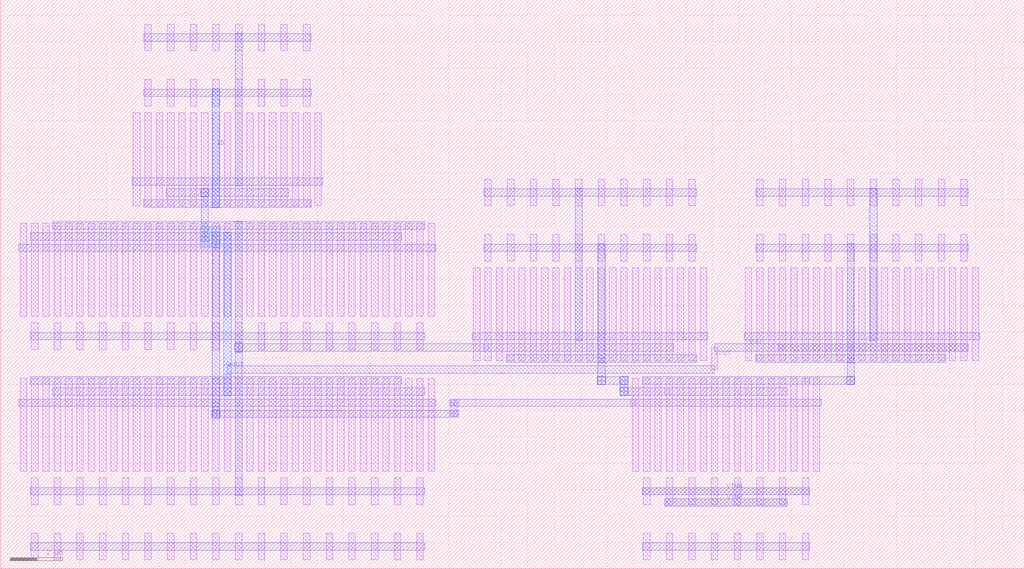
<source format=lef>
MACRO CURRENT_MIRROR_OTA
  ORIGIN 0 0 ;
  FOREIGN CURRENT_MIRROR_OTA 0 0 ;
  SIZE 38.83 BY 21.59 ;
  PIN ID
    DIRECTION INOUT ;
    USE SIGNAL ;
    PORT 
      LAYER M3 ;
        RECT 8.03 13.7 8.31 18.22 ;
    END
  END ID
  PIN VOUT
    DIRECTION INOUT ;
    USE SIGNAL ;
    PORT 
      LAYER M3 ;
        RECT 8.46 6.56 8.74 12.76 ;
      LAYER M2 ;
        RECT 29.5 8.26 36.72 8.54 ;
      LAYER M3 ;
        RECT 8.46 7.375 8.74 7.745 ;
      LAYER M2 ;
        RECT 8.6 7.42 27.09 7.7 ;
      LAYER M1 ;
        RECT 26.965 7.56 27.215 8.4 ;
      LAYER M2 ;
        RECT 27.09 8.26 29.67 8.54 ;
    END
  END VOUT
  PIN VINN
    DIRECTION INOUT ;
    USE SIGNAL ;
    PORT 
      LAYER M2 ;
        RECT 24.34 2.8 30.7 3.08 ;
    END
  END VINN
  PIN VINP
    DIRECTION INOUT ;
    USE SIGNAL ;
    PORT 
      LAYER M2 ;
        RECT 25.2 2.38 29.84 2.66 ;
    END
  END VINP
  OBS 
  LAYER M3 ;
        RECT 8.03 6.14 8.31 12.34 ;
  LAYER M2 ;
        RECT 6.28 14.14 10.92 14.42 ;
  LAYER M2 ;
        RECT 23.91 6.16 31.13 6.44 ;
  LAYER M3 ;
        RECT 8.03 12.18 8.31 12.6 ;
  LAYER M4 ;
        RECT 7.74 12.2 8.17 13 ;
  LAYER M3 ;
        RECT 7.6 12.6 7.88 14.28 ;
  LAYER M2 ;
        RECT 7.58 14.14 7.9 14.42 ;
  LAYER M3 ;
        RECT 8.03 5.88 8.31 6.3 ;
  LAYER M2 ;
        RECT 8.17 5.74 17.2 6.02 ;
  LAYER M1 ;
        RECT 17.075 5.88 17.325 6.3 ;
  LAYER M2 ;
        RECT 17.2 6.16 24.08 6.44 ;
  LAYER M2 ;
        RECT 7.58 14.14 7.9 14.42 ;
  LAYER M3 ;
        RECT 7.6 14.12 7.88 14.44 ;
  LAYER M3 ;
        RECT 7.6 12.415 7.88 12.785 ;
  LAYER M4 ;
        RECT 7.575 12.2 7.905 13 ;
  LAYER M3 ;
        RECT 8.03 12.415 8.31 12.785 ;
  LAYER M4 ;
        RECT 8.005 12.2 8.335 13 ;
  LAYER M2 ;
        RECT 7.58 14.14 7.9 14.42 ;
  LAYER M3 ;
        RECT 7.6 14.12 7.88 14.44 ;
  LAYER M3 ;
        RECT 7.6 12.415 7.88 12.785 ;
  LAYER M4 ;
        RECT 7.575 12.2 7.905 13 ;
  LAYER M3 ;
        RECT 8.03 12.415 8.31 12.785 ;
  LAYER M4 ;
        RECT 8.005 12.2 8.335 13 ;
  LAYER M1 ;
        RECT 17.075 5.795 17.325 5.965 ;
  LAYER M2 ;
        RECT 17.03 5.74 17.37 6.02 ;
  LAYER M1 ;
        RECT 17.075 6.215 17.325 6.385 ;
  LAYER M2 ;
        RECT 17.03 6.16 17.37 6.44 ;
  LAYER M2 ;
        RECT 7.58 14.14 7.9 14.42 ;
  LAYER M3 ;
        RECT 7.6 14.12 7.88 14.44 ;
  LAYER M2 ;
        RECT 8.01 5.74 8.33 6.02 ;
  LAYER M3 ;
        RECT 8.03 5.72 8.31 6.04 ;
  LAYER M3 ;
        RECT 7.6 12.415 7.88 12.785 ;
  LAYER M4 ;
        RECT 7.575 12.2 7.905 13 ;
  LAYER M3 ;
        RECT 8.03 12.415 8.31 12.785 ;
  LAYER M4 ;
        RECT 8.005 12.2 8.335 13 ;
  LAYER M1 ;
        RECT 17.075 5.795 17.325 5.965 ;
  LAYER M2 ;
        RECT 17.03 5.74 17.37 6.02 ;
  LAYER M1 ;
        RECT 17.075 6.215 17.325 6.385 ;
  LAYER M2 ;
        RECT 17.03 6.16 17.37 6.44 ;
  LAYER M2 ;
        RECT 7.58 14.14 7.9 14.42 ;
  LAYER M3 ;
        RECT 7.6 14.12 7.88 14.44 ;
  LAYER M2 ;
        RECT 8.01 5.74 8.33 6.02 ;
  LAYER M3 ;
        RECT 8.03 5.72 8.31 6.04 ;
  LAYER M3 ;
        RECT 7.6 12.415 7.88 12.785 ;
  LAYER M4 ;
        RECT 7.575 12.2 7.905 13 ;
  LAYER M3 ;
        RECT 8.03 12.415 8.31 12.785 ;
  LAYER M4 ;
        RECT 8.005 12.2 8.335 13 ;
  LAYER M2 ;
        RECT 24.34 7 30.7 7.28 ;
  LAYER M3 ;
        RECT 32.11 7.82 32.39 12.34 ;
  LAYER M2 ;
        RECT 30.53 7 32.25 7.28 ;
  LAYER M3 ;
        RECT 32.11 7.14 32.39 7.98 ;
  LAYER M2 ;
        RECT 32.09 7 32.41 7.28 ;
  LAYER M3 ;
        RECT 32.11 6.98 32.39 7.3 ;
  LAYER M2 ;
        RECT 32.09 7 32.41 7.28 ;
  LAYER M3 ;
        RECT 32.11 6.98 32.39 7.3 ;
  LAYER M2 ;
        RECT 25.2 6.58 29.84 6.86 ;
  LAYER M3 ;
        RECT 22.65 7.82 22.93 12.34 ;
  LAYER M2 ;
        RECT 23.65 6.58 25.37 6.86 ;
  LAYER M3 ;
        RECT 23.51 6.72 23.79 7.14 ;
  LAYER M2 ;
        RECT 22.79 7 23.65 7.28 ;
  LAYER M3 ;
        RECT 22.65 7.14 22.93 7.98 ;
  LAYER M2 ;
        RECT 22.63 7 22.95 7.28 ;
  LAYER M3 ;
        RECT 22.65 6.98 22.93 7.3 ;
  LAYER M2 ;
        RECT 23.49 6.58 23.81 6.86 ;
  LAYER M3 ;
        RECT 23.51 6.56 23.79 6.88 ;
  LAYER M2 ;
        RECT 23.49 7 23.81 7.28 ;
  LAYER M3 ;
        RECT 23.51 6.98 23.79 7.3 ;
  LAYER M2 ;
        RECT 22.63 7 22.95 7.28 ;
  LAYER M3 ;
        RECT 22.65 6.98 22.93 7.3 ;
  LAYER M2 ;
        RECT 23.49 6.58 23.81 6.86 ;
  LAYER M3 ;
        RECT 23.51 6.56 23.79 6.88 ;
  LAYER M2 ;
        RECT 23.49 7 23.81 7.28 ;
  LAYER M3 ;
        RECT 23.51 6.98 23.79 7.3 ;
  LAYER M3 ;
        RECT 8.89 2.78 9.17 13.18 ;
  LAYER M2 ;
        RECT 18.32 8.26 25.54 8.54 ;
  LAYER M3 ;
        RECT 8.89 8.215 9.17 8.585 ;
  LAYER M2 ;
        RECT 9.03 8.26 18.49 8.54 ;
  LAYER M2 ;
        RECT 8.87 8.26 9.19 8.54 ;
  LAYER M3 ;
        RECT 8.89 8.24 9.17 8.56 ;
  LAYER M2 ;
        RECT 8.87 8.26 9.19 8.54 ;
  LAYER M3 ;
        RECT 8.89 8.24 9.17 8.56 ;
  LAYER M1 ;
        RECT 5.465 13.775 5.715 17.305 ;
  LAYER M1 ;
        RECT 5.465 17.555 5.715 18.565 ;
  LAYER M1 ;
        RECT 5.465 19.655 5.715 20.665 ;
  LAYER M1 ;
        RECT 5.035 13.775 5.285 17.305 ;
  LAYER M1 ;
        RECT 5.895 13.775 6.145 17.305 ;
  LAYER M1 ;
        RECT 6.325 13.775 6.575 17.305 ;
  LAYER M1 ;
        RECT 6.325 17.555 6.575 18.565 ;
  LAYER M1 ;
        RECT 6.325 19.655 6.575 20.665 ;
  LAYER M1 ;
        RECT 6.755 13.775 7.005 17.305 ;
  LAYER M1 ;
        RECT 7.185 13.775 7.435 17.305 ;
  LAYER M1 ;
        RECT 7.185 17.555 7.435 18.565 ;
  LAYER M1 ;
        RECT 7.185 19.655 7.435 20.665 ;
  LAYER M1 ;
        RECT 7.615 13.775 7.865 17.305 ;
  LAYER M1 ;
        RECT 8.045 13.775 8.295 17.305 ;
  LAYER M1 ;
        RECT 8.045 17.555 8.295 18.565 ;
  LAYER M1 ;
        RECT 8.045 19.655 8.295 20.665 ;
  LAYER M1 ;
        RECT 8.475 13.775 8.725 17.305 ;
  LAYER M1 ;
        RECT 8.905 13.775 9.155 17.305 ;
  LAYER M1 ;
        RECT 8.905 17.555 9.155 18.565 ;
  LAYER M1 ;
        RECT 8.905 19.655 9.155 20.665 ;
  LAYER M1 ;
        RECT 9.335 13.775 9.585 17.305 ;
  LAYER M1 ;
        RECT 9.765 13.775 10.015 17.305 ;
  LAYER M1 ;
        RECT 9.765 17.555 10.015 18.565 ;
  LAYER M1 ;
        RECT 9.765 19.655 10.015 20.665 ;
  LAYER M1 ;
        RECT 10.195 13.775 10.445 17.305 ;
  LAYER M1 ;
        RECT 10.625 13.775 10.875 17.305 ;
  LAYER M1 ;
        RECT 10.625 17.555 10.875 18.565 ;
  LAYER M1 ;
        RECT 10.625 19.655 10.875 20.665 ;
  LAYER M1 ;
        RECT 11.055 13.775 11.305 17.305 ;
  LAYER M1 ;
        RECT 11.485 13.775 11.735 17.305 ;
  LAYER M1 ;
        RECT 11.485 17.555 11.735 18.565 ;
  LAYER M1 ;
        RECT 11.485 19.655 11.735 20.665 ;
  LAYER M1 ;
        RECT 11.915 13.775 12.165 17.305 ;
  LAYER M2 ;
        RECT 5.42 13.72 11.78 14 ;
  LAYER M2 ;
        RECT 5.42 17.92 11.78 18.2 ;
  LAYER M2 ;
        RECT 4.99 14.56 12.21 14.84 ;
  LAYER M2 ;
        RECT 5.42 20.02 11.78 20.3 ;
  LAYER M3 ;
        RECT 8.03 13.7 8.31 18.22 ;
  LAYER M2 ;
        RECT 6.28 14.14 10.92 14.42 ;
  LAYER M3 ;
        RECT 8.89 14.54 9.17 20.32 ;
  LAYER M1 ;
        RECT 28.685 7.895 28.935 11.425 ;
  LAYER M1 ;
        RECT 28.685 11.675 28.935 12.685 ;
  LAYER M1 ;
        RECT 28.685 13.775 28.935 14.785 ;
  LAYER M1 ;
        RECT 28.255 7.895 28.505 11.425 ;
  LAYER M1 ;
        RECT 29.115 7.895 29.365 11.425 ;
  LAYER M1 ;
        RECT 29.545 7.895 29.795 11.425 ;
  LAYER M1 ;
        RECT 29.545 11.675 29.795 12.685 ;
  LAYER M1 ;
        RECT 29.545 13.775 29.795 14.785 ;
  LAYER M1 ;
        RECT 29.975 7.895 30.225 11.425 ;
  LAYER M1 ;
        RECT 30.405 7.895 30.655 11.425 ;
  LAYER M1 ;
        RECT 30.405 11.675 30.655 12.685 ;
  LAYER M1 ;
        RECT 30.405 13.775 30.655 14.785 ;
  LAYER M1 ;
        RECT 30.835 7.895 31.085 11.425 ;
  LAYER M1 ;
        RECT 31.265 7.895 31.515 11.425 ;
  LAYER M1 ;
        RECT 31.265 11.675 31.515 12.685 ;
  LAYER M1 ;
        RECT 31.265 13.775 31.515 14.785 ;
  LAYER M1 ;
        RECT 31.695 7.895 31.945 11.425 ;
  LAYER M1 ;
        RECT 32.125 7.895 32.375 11.425 ;
  LAYER M1 ;
        RECT 32.125 11.675 32.375 12.685 ;
  LAYER M1 ;
        RECT 32.125 13.775 32.375 14.785 ;
  LAYER M1 ;
        RECT 32.555 7.895 32.805 11.425 ;
  LAYER M1 ;
        RECT 32.985 7.895 33.235 11.425 ;
  LAYER M1 ;
        RECT 32.985 11.675 33.235 12.685 ;
  LAYER M1 ;
        RECT 32.985 13.775 33.235 14.785 ;
  LAYER M1 ;
        RECT 33.415 7.895 33.665 11.425 ;
  LAYER M1 ;
        RECT 33.845 7.895 34.095 11.425 ;
  LAYER M1 ;
        RECT 33.845 11.675 34.095 12.685 ;
  LAYER M1 ;
        RECT 33.845 13.775 34.095 14.785 ;
  LAYER M1 ;
        RECT 34.275 7.895 34.525 11.425 ;
  LAYER M1 ;
        RECT 34.705 7.895 34.955 11.425 ;
  LAYER M1 ;
        RECT 34.705 11.675 34.955 12.685 ;
  LAYER M1 ;
        RECT 34.705 13.775 34.955 14.785 ;
  LAYER M1 ;
        RECT 35.135 7.895 35.385 11.425 ;
  LAYER M1 ;
        RECT 35.565 7.895 35.815 11.425 ;
  LAYER M1 ;
        RECT 35.565 11.675 35.815 12.685 ;
  LAYER M1 ;
        RECT 35.565 13.775 35.815 14.785 ;
  LAYER M1 ;
        RECT 35.995 7.895 36.245 11.425 ;
  LAYER M1 ;
        RECT 36.425 7.895 36.675 11.425 ;
  LAYER M1 ;
        RECT 36.425 11.675 36.675 12.685 ;
  LAYER M1 ;
        RECT 36.425 13.775 36.675 14.785 ;
  LAYER M1 ;
        RECT 36.855 7.895 37.105 11.425 ;
  LAYER M2 ;
        RECT 28.64 7.84 35.86 8.12 ;
  LAYER M2 ;
        RECT 28.64 12.04 36.72 12.32 ;
  LAYER M2 ;
        RECT 28.21 8.68 37.15 8.96 ;
  LAYER M2 ;
        RECT 28.64 14.14 36.72 14.42 ;
  LAYER M3 ;
        RECT 32.11 7.82 32.39 12.34 ;
  LAYER M2 ;
        RECT 29.5 8.26 36.72 8.54 ;
  LAYER M3 ;
        RECT 32.97 8.66 33.25 14.44 ;
  LAYER M1 ;
        RECT 26.105 7.895 26.355 11.425 ;
  LAYER M1 ;
        RECT 26.105 11.675 26.355 12.685 ;
  LAYER M1 ;
        RECT 26.105 13.775 26.355 14.785 ;
  LAYER M1 ;
        RECT 26.535 7.895 26.785 11.425 ;
  LAYER M1 ;
        RECT 25.675 7.895 25.925 11.425 ;
  LAYER M1 ;
        RECT 25.245 7.895 25.495 11.425 ;
  LAYER M1 ;
        RECT 25.245 11.675 25.495 12.685 ;
  LAYER M1 ;
        RECT 25.245 13.775 25.495 14.785 ;
  LAYER M1 ;
        RECT 24.815 7.895 25.065 11.425 ;
  LAYER M1 ;
        RECT 24.385 7.895 24.635 11.425 ;
  LAYER M1 ;
        RECT 24.385 11.675 24.635 12.685 ;
  LAYER M1 ;
        RECT 24.385 13.775 24.635 14.785 ;
  LAYER M1 ;
        RECT 23.955 7.895 24.205 11.425 ;
  LAYER M1 ;
        RECT 23.525 7.895 23.775 11.425 ;
  LAYER M1 ;
        RECT 23.525 11.675 23.775 12.685 ;
  LAYER M1 ;
        RECT 23.525 13.775 23.775 14.785 ;
  LAYER M1 ;
        RECT 23.095 7.895 23.345 11.425 ;
  LAYER M1 ;
        RECT 22.665 7.895 22.915 11.425 ;
  LAYER M1 ;
        RECT 22.665 11.675 22.915 12.685 ;
  LAYER M1 ;
        RECT 22.665 13.775 22.915 14.785 ;
  LAYER M1 ;
        RECT 22.235 7.895 22.485 11.425 ;
  LAYER M1 ;
        RECT 21.805 7.895 22.055 11.425 ;
  LAYER M1 ;
        RECT 21.805 11.675 22.055 12.685 ;
  LAYER M1 ;
        RECT 21.805 13.775 22.055 14.785 ;
  LAYER M1 ;
        RECT 21.375 7.895 21.625 11.425 ;
  LAYER M1 ;
        RECT 20.945 7.895 21.195 11.425 ;
  LAYER M1 ;
        RECT 20.945 11.675 21.195 12.685 ;
  LAYER M1 ;
        RECT 20.945 13.775 21.195 14.785 ;
  LAYER M1 ;
        RECT 20.515 7.895 20.765 11.425 ;
  LAYER M1 ;
        RECT 20.085 7.895 20.335 11.425 ;
  LAYER M1 ;
        RECT 20.085 11.675 20.335 12.685 ;
  LAYER M1 ;
        RECT 20.085 13.775 20.335 14.785 ;
  LAYER M1 ;
        RECT 19.655 7.895 19.905 11.425 ;
  LAYER M1 ;
        RECT 19.225 7.895 19.475 11.425 ;
  LAYER M1 ;
        RECT 19.225 11.675 19.475 12.685 ;
  LAYER M1 ;
        RECT 19.225 13.775 19.475 14.785 ;
  LAYER M1 ;
        RECT 18.795 7.895 19.045 11.425 ;
  LAYER M1 ;
        RECT 18.365 7.895 18.615 11.425 ;
  LAYER M1 ;
        RECT 18.365 11.675 18.615 12.685 ;
  LAYER M1 ;
        RECT 18.365 13.775 18.615 14.785 ;
  LAYER M1 ;
        RECT 17.935 7.895 18.185 11.425 ;
  LAYER M2 ;
        RECT 19.18 7.84 26.4 8.12 ;
  LAYER M2 ;
        RECT 18.32 12.04 26.4 12.32 ;
  LAYER M2 ;
        RECT 17.89 8.68 26.83 8.96 ;
  LAYER M2 ;
        RECT 18.32 14.14 26.4 14.42 ;
  LAYER M3 ;
        RECT 22.65 7.82 22.93 12.34 ;
  LAYER M2 ;
        RECT 18.32 8.26 25.54 8.54 ;
  LAYER M3 ;
        RECT 21.79 8.66 22.07 14.44 ;
  LAYER M1 ;
        RECT 15.785 9.575 16.035 13.105 ;
  LAYER M1 ;
        RECT 15.785 8.315 16.035 9.325 ;
  LAYER M1 ;
        RECT 15.785 3.695 16.035 7.225 ;
  LAYER M1 ;
        RECT 15.785 2.435 16.035 3.445 ;
  LAYER M1 ;
        RECT 15.785 0.335 16.035 1.345 ;
  LAYER M1 ;
        RECT 16.215 9.575 16.465 13.105 ;
  LAYER M1 ;
        RECT 16.215 3.695 16.465 7.225 ;
  LAYER M1 ;
        RECT 15.355 9.575 15.605 13.105 ;
  LAYER M1 ;
        RECT 15.355 3.695 15.605 7.225 ;
  LAYER M1 ;
        RECT 14.925 9.575 15.175 13.105 ;
  LAYER M1 ;
        RECT 14.925 8.315 15.175 9.325 ;
  LAYER M1 ;
        RECT 14.925 3.695 15.175 7.225 ;
  LAYER M1 ;
        RECT 14.925 2.435 15.175 3.445 ;
  LAYER M1 ;
        RECT 14.925 0.335 15.175 1.345 ;
  LAYER M1 ;
        RECT 14.495 9.575 14.745 13.105 ;
  LAYER M1 ;
        RECT 14.495 3.695 14.745 7.225 ;
  LAYER M1 ;
        RECT 14.065 9.575 14.315 13.105 ;
  LAYER M1 ;
        RECT 14.065 8.315 14.315 9.325 ;
  LAYER M1 ;
        RECT 14.065 3.695 14.315 7.225 ;
  LAYER M1 ;
        RECT 14.065 2.435 14.315 3.445 ;
  LAYER M1 ;
        RECT 14.065 0.335 14.315 1.345 ;
  LAYER M1 ;
        RECT 13.635 9.575 13.885 13.105 ;
  LAYER M1 ;
        RECT 13.635 3.695 13.885 7.225 ;
  LAYER M1 ;
        RECT 13.205 9.575 13.455 13.105 ;
  LAYER M1 ;
        RECT 13.205 8.315 13.455 9.325 ;
  LAYER M1 ;
        RECT 13.205 3.695 13.455 7.225 ;
  LAYER M1 ;
        RECT 13.205 2.435 13.455 3.445 ;
  LAYER M1 ;
        RECT 13.205 0.335 13.455 1.345 ;
  LAYER M1 ;
        RECT 12.775 9.575 13.025 13.105 ;
  LAYER M1 ;
        RECT 12.775 3.695 13.025 7.225 ;
  LAYER M1 ;
        RECT 12.345 9.575 12.595 13.105 ;
  LAYER M1 ;
        RECT 12.345 8.315 12.595 9.325 ;
  LAYER M1 ;
        RECT 12.345 3.695 12.595 7.225 ;
  LAYER M1 ;
        RECT 12.345 2.435 12.595 3.445 ;
  LAYER M1 ;
        RECT 12.345 0.335 12.595 1.345 ;
  LAYER M1 ;
        RECT 11.915 9.575 12.165 13.105 ;
  LAYER M1 ;
        RECT 11.915 3.695 12.165 7.225 ;
  LAYER M1 ;
        RECT 11.485 9.575 11.735 13.105 ;
  LAYER M1 ;
        RECT 11.485 8.315 11.735 9.325 ;
  LAYER M1 ;
        RECT 11.485 3.695 11.735 7.225 ;
  LAYER M1 ;
        RECT 11.485 2.435 11.735 3.445 ;
  LAYER M1 ;
        RECT 11.485 0.335 11.735 1.345 ;
  LAYER M1 ;
        RECT 11.055 9.575 11.305 13.105 ;
  LAYER M1 ;
        RECT 11.055 3.695 11.305 7.225 ;
  LAYER M1 ;
        RECT 10.625 9.575 10.875 13.105 ;
  LAYER M1 ;
        RECT 10.625 8.315 10.875 9.325 ;
  LAYER M1 ;
        RECT 10.625 3.695 10.875 7.225 ;
  LAYER M1 ;
        RECT 10.625 2.435 10.875 3.445 ;
  LAYER M1 ;
        RECT 10.625 0.335 10.875 1.345 ;
  LAYER M1 ;
        RECT 10.195 9.575 10.445 13.105 ;
  LAYER M1 ;
        RECT 10.195 3.695 10.445 7.225 ;
  LAYER M1 ;
        RECT 9.765 9.575 10.015 13.105 ;
  LAYER M1 ;
        RECT 9.765 8.315 10.015 9.325 ;
  LAYER M1 ;
        RECT 9.765 3.695 10.015 7.225 ;
  LAYER M1 ;
        RECT 9.765 2.435 10.015 3.445 ;
  LAYER M1 ;
        RECT 9.765 0.335 10.015 1.345 ;
  LAYER M1 ;
        RECT 9.335 9.575 9.585 13.105 ;
  LAYER M1 ;
        RECT 9.335 3.695 9.585 7.225 ;
  LAYER M1 ;
        RECT 8.905 9.575 9.155 13.105 ;
  LAYER M1 ;
        RECT 8.905 8.315 9.155 9.325 ;
  LAYER M1 ;
        RECT 8.905 3.695 9.155 7.225 ;
  LAYER M1 ;
        RECT 8.905 2.435 9.155 3.445 ;
  LAYER M1 ;
        RECT 8.905 0.335 9.155 1.345 ;
  LAYER M1 ;
        RECT 8.475 9.575 8.725 13.105 ;
  LAYER M1 ;
        RECT 8.475 3.695 8.725 7.225 ;
  LAYER M1 ;
        RECT 8.045 9.575 8.295 13.105 ;
  LAYER M1 ;
        RECT 8.045 8.315 8.295 9.325 ;
  LAYER M1 ;
        RECT 8.045 3.695 8.295 7.225 ;
  LAYER M1 ;
        RECT 8.045 2.435 8.295 3.445 ;
  LAYER M1 ;
        RECT 8.045 0.335 8.295 1.345 ;
  LAYER M1 ;
        RECT 7.615 9.575 7.865 13.105 ;
  LAYER M1 ;
        RECT 7.615 3.695 7.865 7.225 ;
  LAYER M1 ;
        RECT 7.185 9.575 7.435 13.105 ;
  LAYER M1 ;
        RECT 7.185 8.315 7.435 9.325 ;
  LAYER M1 ;
        RECT 7.185 3.695 7.435 7.225 ;
  LAYER M1 ;
        RECT 7.185 2.435 7.435 3.445 ;
  LAYER M1 ;
        RECT 7.185 0.335 7.435 1.345 ;
  LAYER M1 ;
        RECT 6.755 9.575 7.005 13.105 ;
  LAYER M1 ;
        RECT 6.755 3.695 7.005 7.225 ;
  LAYER M1 ;
        RECT 6.325 9.575 6.575 13.105 ;
  LAYER M1 ;
        RECT 6.325 8.315 6.575 9.325 ;
  LAYER M1 ;
        RECT 6.325 3.695 6.575 7.225 ;
  LAYER M1 ;
        RECT 6.325 2.435 6.575 3.445 ;
  LAYER M1 ;
        RECT 6.325 0.335 6.575 1.345 ;
  LAYER M1 ;
        RECT 5.895 9.575 6.145 13.105 ;
  LAYER M1 ;
        RECT 5.895 3.695 6.145 7.225 ;
  LAYER M1 ;
        RECT 5.465 9.575 5.715 13.105 ;
  LAYER M1 ;
        RECT 5.465 8.315 5.715 9.325 ;
  LAYER M1 ;
        RECT 5.465 3.695 5.715 7.225 ;
  LAYER M1 ;
        RECT 5.465 2.435 5.715 3.445 ;
  LAYER M1 ;
        RECT 5.465 0.335 5.715 1.345 ;
  LAYER M1 ;
        RECT 5.035 9.575 5.285 13.105 ;
  LAYER M1 ;
        RECT 5.035 3.695 5.285 7.225 ;
  LAYER M1 ;
        RECT 4.605 9.575 4.855 13.105 ;
  LAYER M1 ;
        RECT 4.605 8.315 4.855 9.325 ;
  LAYER M1 ;
        RECT 4.605 3.695 4.855 7.225 ;
  LAYER M1 ;
        RECT 4.605 2.435 4.855 3.445 ;
  LAYER M1 ;
        RECT 4.605 0.335 4.855 1.345 ;
  LAYER M1 ;
        RECT 4.175 9.575 4.425 13.105 ;
  LAYER M1 ;
        RECT 4.175 3.695 4.425 7.225 ;
  LAYER M1 ;
        RECT 3.745 9.575 3.995 13.105 ;
  LAYER M1 ;
        RECT 3.745 8.315 3.995 9.325 ;
  LAYER M1 ;
        RECT 3.745 3.695 3.995 7.225 ;
  LAYER M1 ;
        RECT 3.745 2.435 3.995 3.445 ;
  LAYER M1 ;
        RECT 3.745 0.335 3.995 1.345 ;
  LAYER M1 ;
        RECT 3.315 9.575 3.565 13.105 ;
  LAYER M1 ;
        RECT 3.315 3.695 3.565 7.225 ;
  LAYER M1 ;
        RECT 2.885 9.575 3.135 13.105 ;
  LAYER M1 ;
        RECT 2.885 8.315 3.135 9.325 ;
  LAYER M1 ;
        RECT 2.885 3.695 3.135 7.225 ;
  LAYER M1 ;
        RECT 2.885 2.435 3.135 3.445 ;
  LAYER M1 ;
        RECT 2.885 0.335 3.135 1.345 ;
  LAYER M1 ;
        RECT 2.455 9.575 2.705 13.105 ;
  LAYER M1 ;
        RECT 2.455 3.695 2.705 7.225 ;
  LAYER M1 ;
        RECT 2.025 9.575 2.275 13.105 ;
  LAYER M1 ;
        RECT 2.025 8.315 2.275 9.325 ;
  LAYER M1 ;
        RECT 2.025 3.695 2.275 7.225 ;
  LAYER M1 ;
        RECT 2.025 2.435 2.275 3.445 ;
  LAYER M1 ;
        RECT 2.025 0.335 2.275 1.345 ;
  LAYER M1 ;
        RECT 1.595 9.575 1.845 13.105 ;
  LAYER M1 ;
        RECT 1.595 3.695 1.845 7.225 ;
  LAYER M1 ;
        RECT 1.165 9.575 1.415 13.105 ;
  LAYER M1 ;
        RECT 1.165 8.315 1.415 9.325 ;
  LAYER M1 ;
        RECT 1.165 3.695 1.415 7.225 ;
  LAYER M1 ;
        RECT 1.165 2.435 1.415 3.445 ;
  LAYER M1 ;
        RECT 1.165 0.335 1.415 1.345 ;
  LAYER M1 ;
        RECT 0.735 9.575 0.985 13.105 ;
  LAYER M1 ;
        RECT 0.735 3.695 0.985 7.225 ;
  LAYER M2 ;
        RECT 1.98 12.88 16.08 13.16 ;
  LAYER M2 ;
        RECT 1.12 8.68 16.08 8.96 ;
  LAYER M2 ;
        RECT 1.12 12.46 15.22 12.74 ;
  LAYER M2 ;
        RECT 0.69 12.04 16.51 12.32 ;
  LAYER M2 ;
        RECT 1.12 7 15.22 7.28 ;
  LAYER M2 ;
        RECT 1.12 2.8 16.08 3.08 ;
  LAYER M2 ;
        RECT 1.98 6.58 16.08 6.86 ;
  LAYER M2 ;
        RECT 0.69 6.16 16.51 6.44 ;
  LAYER M2 ;
        RECT 1.12 0.7 16.08 0.98 ;
  LAYER M3 ;
        RECT 8.89 2.78 9.17 13.18 ;
  LAYER M3 ;
        RECT 8.46 6.56 8.74 12.76 ;
  LAYER M3 ;
        RECT 8.03 6.14 8.31 12.34 ;
  LAYER M1 ;
        RECT 24.385 3.695 24.635 7.225 ;
  LAYER M1 ;
        RECT 24.385 2.435 24.635 3.445 ;
  LAYER M1 ;
        RECT 24.385 0.335 24.635 1.345 ;
  LAYER M1 ;
        RECT 23.955 3.695 24.205 7.225 ;
  LAYER M1 ;
        RECT 24.815 3.695 25.065 7.225 ;
  LAYER M1 ;
        RECT 25.245 3.695 25.495 7.225 ;
  LAYER M1 ;
        RECT 25.245 2.435 25.495 3.445 ;
  LAYER M1 ;
        RECT 25.245 0.335 25.495 1.345 ;
  LAYER M1 ;
        RECT 25.675 3.695 25.925 7.225 ;
  LAYER M1 ;
        RECT 26.105 3.695 26.355 7.225 ;
  LAYER M1 ;
        RECT 26.105 2.435 26.355 3.445 ;
  LAYER M1 ;
        RECT 26.105 0.335 26.355 1.345 ;
  LAYER M1 ;
        RECT 26.535 3.695 26.785 7.225 ;
  LAYER M1 ;
        RECT 26.965 3.695 27.215 7.225 ;
  LAYER M1 ;
        RECT 26.965 2.435 27.215 3.445 ;
  LAYER M1 ;
        RECT 26.965 0.335 27.215 1.345 ;
  LAYER M1 ;
        RECT 27.395 3.695 27.645 7.225 ;
  LAYER M1 ;
        RECT 27.825 3.695 28.075 7.225 ;
  LAYER M1 ;
        RECT 27.825 2.435 28.075 3.445 ;
  LAYER M1 ;
        RECT 27.825 0.335 28.075 1.345 ;
  LAYER M1 ;
        RECT 28.255 3.695 28.505 7.225 ;
  LAYER M1 ;
        RECT 28.685 3.695 28.935 7.225 ;
  LAYER M1 ;
        RECT 28.685 2.435 28.935 3.445 ;
  LAYER M1 ;
        RECT 28.685 0.335 28.935 1.345 ;
  LAYER M1 ;
        RECT 29.115 3.695 29.365 7.225 ;
  LAYER M1 ;
        RECT 29.545 3.695 29.795 7.225 ;
  LAYER M1 ;
        RECT 29.545 2.435 29.795 3.445 ;
  LAYER M1 ;
        RECT 29.545 0.335 29.795 1.345 ;
  LAYER M1 ;
        RECT 29.975 3.695 30.225 7.225 ;
  LAYER M1 ;
        RECT 30.405 3.695 30.655 7.225 ;
  LAYER M1 ;
        RECT 30.405 2.435 30.655 3.445 ;
  LAYER M1 ;
        RECT 30.405 0.335 30.655 1.345 ;
  LAYER M1 ;
        RECT 30.835 3.695 31.085 7.225 ;
  LAYER M2 ;
        RECT 24.34 0.7 30.7 0.98 ;
  LAYER M2 ;
        RECT 24.34 7 30.7 7.28 ;
  LAYER M2 ;
        RECT 25.2 6.58 29.84 6.86 ;
  LAYER M2 ;
        RECT 24.34 2.8 30.7 3.08 ;
  LAYER M2 ;
        RECT 25.2 2.38 29.84 2.66 ;
  LAYER M2 ;
        RECT 23.91 6.16 31.13 6.44 ;
  END 
END CURRENT_MIRROR_OTA

</source>
